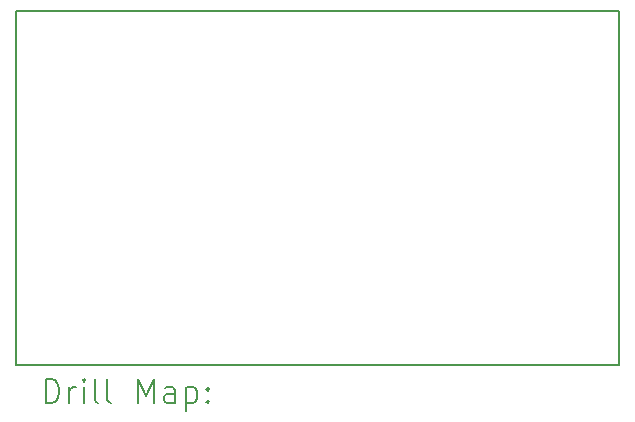
<source format=gbr>
%FSLAX45Y45*%
G04 Gerber Fmt 4.5, Leading zero omitted, Abs format (unit mm)*
G04 Created by KiCad (PCBNEW 5.99.0-unknown-d4461f6c5~91~ubuntu20.04.1) date 2020-09-15 15:23:29*
%MOMM*%
%LPD*%
G01*
G04 APERTURE LIST*
%TA.AperFunction,Profile*%
%ADD10C,0.150000*%
%TD*%
%ADD11C,0.200000*%
G04 APERTURE END LIST*
D10*
X17403485Y-12001860D02*
X17403485Y-8998860D01*
X12296735Y-8998860D02*
X12296735Y-12001860D01*
X17403485Y-8998860D02*
X12296735Y-8998860D01*
X12296735Y-12001860D02*
X17403485Y-12001860D01*
D11*
X12546854Y-12319836D02*
X12546854Y-12119836D01*
X12594473Y-12119836D01*
X12623044Y-12129360D01*
X12642092Y-12148408D01*
X12651616Y-12167455D01*
X12661140Y-12205550D01*
X12661140Y-12234122D01*
X12651616Y-12272217D01*
X12642092Y-12291265D01*
X12623044Y-12310312D01*
X12594473Y-12319836D01*
X12546854Y-12319836D01*
X12746854Y-12319836D02*
X12746854Y-12186503D01*
X12746854Y-12224598D02*
X12756378Y-12205550D01*
X12765901Y-12196027D01*
X12784949Y-12186503D01*
X12803997Y-12186503D01*
X12870663Y-12319836D02*
X12870663Y-12186503D01*
X12870663Y-12119836D02*
X12861140Y-12129360D01*
X12870663Y-12138884D01*
X12880187Y-12129360D01*
X12870663Y-12119836D01*
X12870663Y-12138884D01*
X12994473Y-12319836D02*
X12975425Y-12310312D01*
X12965901Y-12291265D01*
X12965901Y-12119836D01*
X13099235Y-12319836D02*
X13080187Y-12310312D01*
X13070663Y-12291265D01*
X13070663Y-12119836D01*
X13327806Y-12319836D02*
X13327806Y-12119836D01*
X13394473Y-12262693D01*
X13461140Y-12119836D01*
X13461140Y-12319836D01*
X13642092Y-12319836D02*
X13642092Y-12215074D01*
X13632568Y-12196027D01*
X13613521Y-12186503D01*
X13575425Y-12186503D01*
X13556378Y-12196027D01*
X13642092Y-12310312D02*
X13623044Y-12319836D01*
X13575425Y-12319836D01*
X13556378Y-12310312D01*
X13546854Y-12291265D01*
X13546854Y-12272217D01*
X13556378Y-12253170D01*
X13575425Y-12243646D01*
X13623044Y-12243646D01*
X13642092Y-12234122D01*
X13737330Y-12186503D02*
X13737330Y-12386503D01*
X13737330Y-12196027D02*
X13756378Y-12186503D01*
X13794473Y-12186503D01*
X13813521Y-12196027D01*
X13823044Y-12205550D01*
X13832568Y-12224598D01*
X13832568Y-12281741D01*
X13823044Y-12300789D01*
X13813521Y-12310312D01*
X13794473Y-12319836D01*
X13756378Y-12319836D01*
X13737330Y-12310312D01*
X13918282Y-12300789D02*
X13927806Y-12310312D01*
X13918282Y-12319836D01*
X13908759Y-12310312D01*
X13918282Y-12300789D01*
X13918282Y-12319836D01*
X13918282Y-12196027D02*
X13927806Y-12205550D01*
X13918282Y-12215074D01*
X13908759Y-12205550D01*
X13918282Y-12196027D01*
X13918282Y-12215074D01*
M02*

</source>
